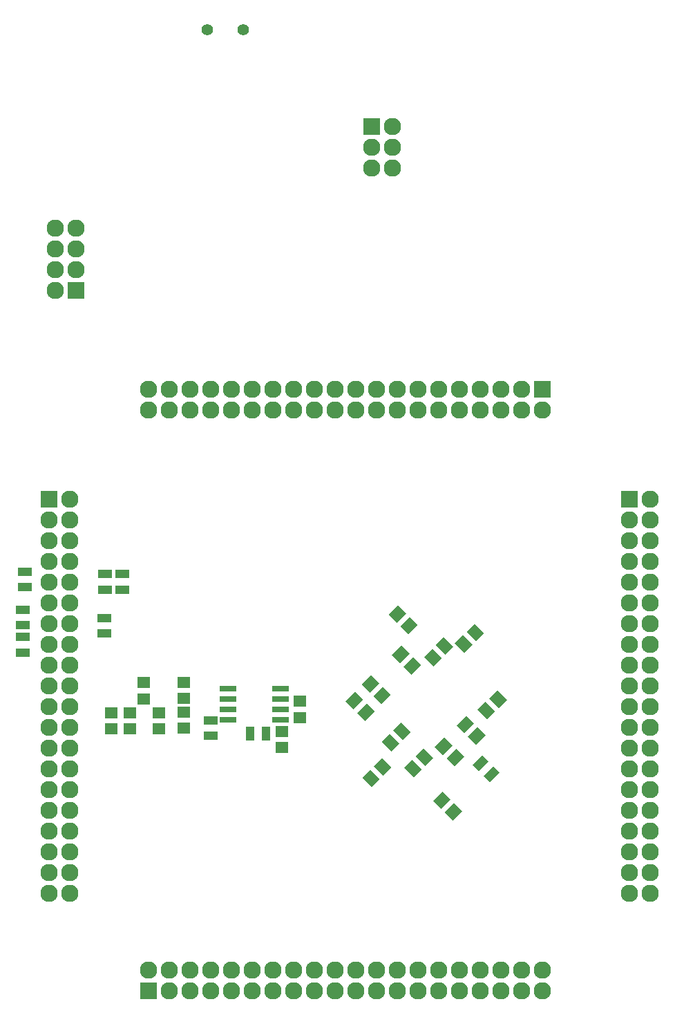
<source format=gbs>
G04 #@! TF.FileFunction,Soldermask,Bot*
%FSLAX46Y46*%
G04 Gerber Fmt 4.6, Leading zero omitted, Abs format (unit mm)*
G04 Created by KiCad (PCBNEW 4.0.4+e1-6308~48~ubuntu14.04.1-stable) date Tue Oct 18 21:08:23 2016*
%MOMM*%
%LPD*%
G01*
G04 APERTURE LIST*
%ADD10C,0.100000*%
%ADD11R,2.127200X2.127200*%
%ADD12O,2.127200X2.127200*%
%ADD13R,1.650000X1.400000*%
%ADD14R,1.700000X1.100000*%
%ADD15R,1.100000X1.700000*%
%ADD16R,2.101600X0.701600*%
%ADD17C,1.400000*%
G04 APERTURE END LIST*
D10*
D11*
X22110000Y-81000000D03*
D12*
X24650000Y-81000000D03*
X22110000Y-83540000D03*
X24650000Y-83540000D03*
X22110000Y-86080000D03*
X24650000Y-86080000D03*
X22110000Y-88620000D03*
X24650000Y-88620000D03*
X22110000Y-91160000D03*
X24650000Y-91160000D03*
X22110000Y-93700000D03*
X24650000Y-93700000D03*
X22110000Y-96240000D03*
X24650000Y-96240000D03*
X22110000Y-98780000D03*
X24650000Y-98780000D03*
X22110000Y-101320000D03*
X24650000Y-101320000D03*
X22110000Y-103860000D03*
X24650000Y-103860000D03*
X22110000Y-106400000D03*
X24650000Y-106400000D03*
X22110000Y-108940000D03*
X24650000Y-108940000D03*
X22110000Y-111480000D03*
X24650000Y-111480000D03*
X22110000Y-114020000D03*
X24650000Y-114020000D03*
X22110000Y-116560000D03*
X24650000Y-116560000D03*
X22110000Y-119100000D03*
X24650000Y-119100000D03*
X22110000Y-121640000D03*
X24650000Y-121640000D03*
X22110000Y-124180000D03*
X24650000Y-124180000D03*
X22110000Y-126720000D03*
X24650000Y-126720000D03*
X22110000Y-129260000D03*
X24650000Y-129260000D03*
D13*
X29696266Y-109111832D03*
X29696266Y-107111832D03*
D10*
G36*
X67678338Y-101311612D02*
X66511612Y-102478338D01*
X65521662Y-101488388D01*
X66688388Y-100321662D01*
X67678338Y-101311612D01*
X67678338Y-101311612D01*
G37*
G36*
X66264124Y-99897398D02*
X65097398Y-101064124D01*
X64107448Y-100074174D01*
X65274174Y-98907448D01*
X66264124Y-99897398D01*
X66264124Y-99897398D01*
G37*
D13*
X50600000Y-111400000D03*
X50600000Y-109400000D03*
D10*
G36*
X72981281Y-99785445D02*
X71814555Y-98618719D01*
X72804505Y-97628769D01*
X73971231Y-98795495D01*
X72981281Y-99785445D01*
X72981281Y-99785445D01*
G37*
G36*
X74395495Y-98371231D02*
X73228769Y-97204505D01*
X74218719Y-96214555D01*
X75385445Y-97381281D01*
X74395495Y-98371231D01*
X74395495Y-98371231D01*
G37*
G36*
X69164555Y-117931281D02*
X70331281Y-116764555D01*
X71321231Y-117754505D01*
X70154505Y-118921231D01*
X69164555Y-117931281D01*
X69164555Y-117931281D01*
G37*
G36*
X70578769Y-119345495D02*
X71745495Y-118178769D01*
X72735445Y-119168719D01*
X71568719Y-120335445D01*
X70578769Y-119345495D01*
X70578769Y-119345495D01*
G37*
G36*
X67278338Y-96361612D02*
X66111612Y-97528338D01*
X65121662Y-96538388D01*
X66288388Y-95371662D01*
X67278338Y-96361612D01*
X67278338Y-96361612D01*
G37*
G36*
X65864124Y-94947398D02*
X64697398Y-96114124D01*
X63707448Y-95124174D01*
X64874174Y-93957448D01*
X65864124Y-94947398D01*
X65864124Y-94947398D01*
G37*
G36*
X62861612Y-112671662D02*
X64028338Y-113838388D01*
X63038388Y-114828338D01*
X61871662Y-113661612D01*
X62861612Y-112671662D01*
X62861612Y-112671662D01*
G37*
G36*
X61447398Y-114085876D02*
X62614124Y-115252602D01*
X61624174Y-116242552D01*
X60457448Y-115075826D01*
X61447398Y-114085876D01*
X61447398Y-114085876D01*
G37*
G36*
X60414555Y-103681281D02*
X61581281Y-102514555D01*
X62571231Y-103504505D01*
X61404505Y-104671231D01*
X60414555Y-103681281D01*
X60414555Y-103681281D01*
G37*
G36*
X61828769Y-105095495D02*
X62995495Y-103928769D01*
X63985445Y-104918719D01*
X62818719Y-106085445D01*
X61828769Y-105095495D01*
X61828769Y-105095495D01*
G37*
D13*
X31982266Y-109111832D03*
X31982266Y-107111832D03*
D10*
G36*
X64031281Y-111885445D02*
X62864555Y-110718719D01*
X63854505Y-109728769D01*
X65021231Y-110895495D01*
X64031281Y-111885445D01*
X64031281Y-111885445D01*
G37*
G36*
X65445495Y-110471231D02*
X64278769Y-109304505D01*
X65268719Y-108314555D01*
X66435445Y-109481281D01*
X65445495Y-110471231D01*
X65445495Y-110471231D01*
G37*
G36*
X77018719Y-104364555D02*
X78185445Y-105531281D01*
X77195495Y-106521231D01*
X76028769Y-105354505D01*
X77018719Y-104364555D01*
X77018719Y-104364555D01*
G37*
G36*
X75604505Y-105778769D02*
X76771231Y-106945495D01*
X75781281Y-107935445D01*
X74614555Y-106768719D01*
X75604505Y-105778769D01*
X75604505Y-105778769D01*
G37*
D13*
X38568266Y-103395832D03*
X38568266Y-105395832D03*
D10*
G36*
X70468719Y-97864555D02*
X71635445Y-99031281D01*
X70645495Y-100021231D01*
X69478769Y-98854505D01*
X70468719Y-97864555D01*
X70468719Y-97864555D01*
G37*
G36*
X69054505Y-99278769D02*
X70221231Y-100445495D01*
X69231281Y-101435445D01*
X68064555Y-100268719D01*
X69054505Y-99278769D01*
X69054505Y-99278769D01*
G37*
D13*
X38568266Y-109045832D03*
X38568266Y-107045832D03*
D10*
G36*
X75592552Y-109875826D02*
X74425826Y-111042552D01*
X73435876Y-110052602D01*
X74602602Y-108885876D01*
X75592552Y-109875826D01*
X75592552Y-109875826D01*
G37*
G36*
X74178338Y-108461612D02*
X73011612Y-109628338D01*
X72021662Y-108638388D01*
X73188388Y-107471662D01*
X74178338Y-108461612D01*
X74178338Y-108461612D01*
G37*
G36*
X58414555Y-105731281D02*
X59581281Y-104564555D01*
X60571231Y-105554505D01*
X59404505Y-106721231D01*
X58414555Y-105731281D01*
X58414555Y-105731281D01*
G37*
G36*
X59828769Y-107145495D02*
X60995495Y-105978769D01*
X61985445Y-106968719D01*
X60818719Y-108135445D01*
X59828769Y-107145495D01*
X59828769Y-107145495D01*
G37*
D13*
X35538266Y-109111832D03*
X35538266Y-107111832D03*
X33718266Y-103445832D03*
X33718266Y-105445832D03*
X52800000Y-107750000D03*
X52800000Y-105750000D03*
D10*
G36*
X66774174Y-115042552D02*
X65607448Y-113875826D01*
X66597398Y-112885876D01*
X67764124Y-114052602D01*
X66774174Y-115042552D01*
X66774174Y-115042552D01*
G37*
G36*
X68188388Y-113628338D02*
X67021662Y-112461612D01*
X68011612Y-111471662D01*
X69178338Y-112638388D01*
X68188388Y-113628338D01*
X68188388Y-113628338D01*
G37*
G36*
X72942552Y-112525826D02*
X71775826Y-113692552D01*
X70785876Y-112702602D01*
X71952602Y-111535876D01*
X72942552Y-112525826D01*
X72942552Y-112525826D01*
G37*
G36*
X71528338Y-111111612D02*
X70361612Y-112278338D01*
X69371662Y-111288388D01*
X70538388Y-110121662D01*
X71528338Y-111111612D01*
X71528338Y-111111612D01*
G37*
D11*
X93230000Y-81000000D03*
D12*
X95770000Y-81000000D03*
X93230000Y-83540000D03*
X95770000Y-83540000D03*
X93230000Y-86080000D03*
X95770000Y-86080000D03*
X93230000Y-88620000D03*
X95770000Y-88620000D03*
X93230000Y-91160000D03*
X95770000Y-91160000D03*
X93230000Y-93700000D03*
X95770000Y-93700000D03*
X93230000Y-96240000D03*
X95770000Y-96240000D03*
X93230000Y-98780000D03*
X95770000Y-98780000D03*
X93230000Y-101320000D03*
X95770000Y-101320000D03*
X93230000Y-103860000D03*
X95770000Y-103860000D03*
X93230000Y-106400000D03*
X95770000Y-106400000D03*
X93230000Y-108940000D03*
X95770000Y-108940000D03*
X93230000Y-111480000D03*
X95770000Y-111480000D03*
X93230000Y-114020000D03*
X95770000Y-114020000D03*
X93230000Y-116560000D03*
X95770000Y-116560000D03*
X93230000Y-119100000D03*
X95770000Y-119100000D03*
X93230000Y-121640000D03*
X95770000Y-121640000D03*
X93230000Y-124180000D03*
X95770000Y-124180000D03*
X93230000Y-126720000D03*
X95770000Y-126720000D03*
X93230000Y-129260000D03*
X95770000Y-129260000D03*
D11*
X34262266Y-141199832D03*
D12*
X34262266Y-138659832D03*
X36802266Y-141199832D03*
X36802266Y-138659832D03*
X39342266Y-141199832D03*
X39342266Y-138659832D03*
X41882266Y-141199832D03*
X41882266Y-138659832D03*
X44422266Y-141199832D03*
X44422266Y-138659832D03*
X46962266Y-141199832D03*
X46962266Y-138659832D03*
X49502266Y-141199832D03*
X49502266Y-138659832D03*
X52042266Y-141199832D03*
X52042266Y-138659832D03*
X54582266Y-141199832D03*
X54582266Y-138659832D03*
X57122266Y-141199832D03*
X57122266Y-138659832D03*
X59662266Y-141199832D03*
X59662266Y-138659832D03*
X62202266Y-141199832D03*
X62202266Y-138659832D03*
X64742266Y-141199832D03*
X64742266Y-138659832D03*
X67282266Y-141199832D03*
X67282266Y-138659832D03*
X69822266Y-141199832D03*
X69822266Y-138659832D03*
X72362266Y-141199832D03*
X72362266Y-138659832D03*
X74902266Y-141199832D03*
X74902266Y-138659832D03*
X77442266Y-141199832D03*
X77442266Y-138659832D03*
X79982266Y-141199832D03*
X79982266Y-138659832D03*
X82522266Y-141199832D03*
X82522266Y-138659832D03*
D11*
X82522266Y-67499832D03*
D12*
X82522266Y-70039832D03*
X79982266Y-67499832D03*
X79982266Y-70039832D03*
X77442266Y-67499832D03*
X77442266Y-70039832D03*
X74902266Y-67499832D03*
X74902266Y-70039832D03*
X72362266Y-67499832D03*
X72362266Y-70039832D03*
X69822266Y-67499832D03*
X69822266Y-70039832D03*
X67282266Y-67499832D03*
X67282266Y-70039832D03*
X64742266Y-67499832D03*
X64742266Y-70039832D03*
X62202266Y-67499832D03*
X62202266Y-70039832D03*
X59662266Y-67499832D03*
X59662266Y-70039832D03*
X57122266Y-67499832D03*
X57122266Y-70039832D03*
X54582266Y-67499832D03*
X54582266Y-70039832D03*
X52042266Y-67499832D03*
X52042266Y-70039832D03*
X49502266Y-67499832D03*
X49502266Y-70039832D03*
X46962266Y-67499832D03*
X46962266Y-70039832D03*
X44422266Y-67499832D03*
X44422266Y-70039832D03*
X41882266Y-67499832D03*
X41882266Y-70039832D03*
X39342266Y-67499832D03*
X39342266Y-70039832D03*
X36802266Y-67499832D03*
X36802266Y-70039832D03*
X34262266Y-67499832D03*
X34262266Y-70039832D03*
D14*
X41900000Y-108050000D03*
X41900000Y-109950000D03*
D15*
X48650000Y-109650000D03*
X46750000Y-109650000D03*
D10*
G36*
X73988300Y-113490381D02*
X75190381Y-112288300D01*
X75968198Y-113066117D01*
X74766117Y-114268198D01*
X73988300Y-113490381D01*
X73988300Y-113490381D01*
G37*
G36*
X75331802Y-114833883D02*
X76533883Y-113631802D01*
X77311700Y-114409619D01*
X76109619Y-115611700D01*
X75331802Y-114833883D01*
X75331802Y-114833883D01*
G37*
D16*
X43987266Y-107984832D03*
X43987266Y-106714832D03*
X43987266Y-105444832D03*
X43987266Y-104174832D03*
X50457266Y-104174832D03*
X50457266Y-105444832D03*
X50457266Y-106714832D03*
X50457266Y-107984832D03*
D11*
X25400000Y-55380000D03*
D12*
X22860000Y-55380000D03*
X25400000Y-52840000D03*
X22860000Y-52840000D03*
X25400000Y-50300000D03*
X22860000Y-50300000D03*
X25400000Y-47760000D03*
X22860000Y-47760000D03*
D17*
X45862000Y-23536000D03*
X41462000Y-23536000D03*
D11*
X61660000Y-35360000D03*
D12*
X64200000Y-35360000D03*
X61660000Y-37900000D03*
X64200000Y-37900000D03*
X61660000Y-40440000D03*
X64200000Y-40440000D03*
D14*
X31060000Y-92040000D03*
X31060000Y-90140000D03*
X28950000Y-92050000D03*
X28950000Y-90150000D03*
X18900000Y-97875000D03*
X18900000Y-99775000D03*
X28880000Y-97440000D03*
X28880000Y-95540000D03*
X18900000Y-94525000D03*
X18900000Y-96425000D03*
X19100000Y-91750000D03*
X19100000Y-89850000D03*
M02*

</source>
